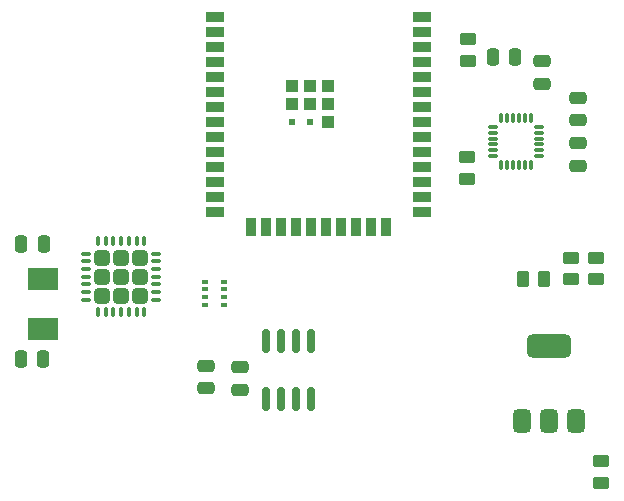
<source format=gbr>
%TF.GenerationSoftware,KiCad,Pcbnew,9.0.2*%
%TF.CreationDate,2025-07-16T17:06:44+05:30*%
%TF.ProjectId,CanSat,43616e53-6174-42e6-9b69-6361645f7063,rev?*%
%TF.SameCoordinates,Original*%
%TF.FileFunction,Paste,Top*%
%TF.FilePolarity,Positive*%
%FSLAX46Y46*%
G04 Gerber Fmt 4.6, Leading zero omitted, Abs format (unit mm)*
G04 Created by KiCad (PCBNEW 9.0.2) date 2025-07-16 17:06:44*
%MOMM*%
%LPD*%
G01*
G04 APERTURE LIST*
G04 Aperture macros list*
%AMRoundRect*
0 Rectangle with rounded corners*
0 $1 Rounding radius*
0 $2 $3 $4 $5 $6 $7 $8 $9 X,Y pos of 4 corners*
0 Add a 4 corners polygon primitive as box body*
4,1,4,$2,$3,$4,$5,$6,$7,$8,$9,$2,$3,0*
0 Add four circle primitives for the rounded corners*
1,1,$1+$1,$2,$3*
1,1,$1+$1,$4,$5*
1,1,$1+$1,$6,$7*
1,1,$1+$1,$8,$9*
0 Add four rect primitives between the rounded corners*
20,1,$1+$1,$2,$3,$4,$5,0*
20,1,$1+$1,$4,$5,$6,$7,0*
20,1,$1+$1,$6,$7,$8,$9,0*
20,1,$1+$1,$8,$9,$2,$3,0*%
G04 Aperture macros list end*
%ADD10R,1.500000X0.900000*%
%ADD11R,0.900000X1.500000*%
%ADD12R,1.050000X1.050000*%
%ADD13R,0.500000X0.500000*%
%ADD14RoundRect,0.250000X0.250000X0.475000X-0.250000X0.475000X-0.250000X-0.475000X0.250000X-0.475000X0*%
%ADD15RoundRect,0.250000X0.475000X-0.250000X0.475000X0.250000X-0.475000X0.250000X-0.475000X-0.250000X0*%
%ADD16RoundRect,0.075000X0.075000X-0.350000X0.075000X0.350000X-0.075000X0.350000X-0.075000X-0.350000X0*%
%ADD17RoundRect,0.075000X0.350000X0.075000X-0.350000X0.075000X-0.350000X-0.075000X0.350000X-0.075000X0*%
%ADD18RoundRect,0.250000X-0.475000X0.250000X-0.475000X-0.250000X0.475000X-0.250000X0.475000X0.250000X0*%
%ADD19RoundRect,0.250000X0.450000X-0.262500X0.450000X0.262500X-0.450000X0.262500X-0.450000X-0.262500X0*%
%ADD20RoundRect,0.249999X-0.395001X-0.395001X0.395001X-0.395001X0.395001X0.395001X-0.395001X0.395001X0*%
%ADD21RoundRect,0.075000X-0.312500X-0.075000X0.312500X-0.075000X0.312500X0.075000X-0.312500X0.075000X0*%
%ADD22RoundRect,0.075000X-0.075000X-0.312500X0.075000X-0.312500X0.075000X0.312500X-0.075000X0.312500X0*%
%ADD23RoundRect,0.250000X-0.262500X-0.450000X0.262500X-0.450000X0.262500X0.450000X-0.262500X0.450000X0*%
%ADD24RoundRect,0.250000X-0.250000X-0.475000X0.250000X-0.475000X0.250000X0.475000X-0.250000X0.475000X0*%
%ADD25RoundRect,0.250000X-0.450000X0.262500X-0.450000X-0.262500X0.450000X-0.262500X0.450000X0.262500X0*%
%ADD26R,0.500000X0.350000*%
%ADD27R,2.600000X1.900000*%
%ADD28RoundRect,0.375000X0.375000X-0.625000X0.375000X0.625000X-0.375000X0.625000X-0.375000X-0.625000X0*%
%ADD29RoundRect,0.500000X1.400000X-0.500000X1.400000X0.500000X-1.400000X0.500000X-1.400000X-0.500000X0*%
%ADD30RoundRect,0.150000X0.150000X-0.825000X0.150000X0.825000X-0.150000X0.825000X-0.150000X-0.825000X0*%
G04 APERTURE END LIST*
D10*
%TO.C,U9*%
X137400000Y-52965000D03*
X137400000Y-54235000D03*
X137400000Y-55505000D03*
X137400000Y-56775000D03*
X137400000Y-58045000D03*
X137400000Y-59315000D03*
X137400000Y-60585000D03*
X137400000Y-61855000D03*
X137400000Y-63125000D03*
X137400000Y-64395000D03*
X137400000Y-65665000D03*
X137400000Y-66935000D03*
X137400000Y-68205000D03*
X137400000Y-69475000D03*
D11*
X140440000Y-70725000D03*
X141710000Y-70725000D03*
X142980000Y-70725000D03*
X144250000Y-70725000D03*
X145520000Y-70725000D03*
X146790000Y-70725000D03*
X148060000Y-70725000D03*
X149330000Y-70725000D03*
X150600000Y-70725000D03*
X151870000Y-70725000D03*
D10*
X154900000Y-69475000D03*
X154900000Y-68205000D03*
X154900000Y-66935000D03*
X154900000Y-65665000D03*
X154900000Y-64395000D03*
X154900000Y-63125000D03*
X154900000Y-61855000D03*
X154900000Y-60585000D03*
X154900000Y-59315000D03*
X154900000Y-58045000D03*
X154900000Y-56775000D03*
X154900000Y-55505000D03*
X154900000Y-54235000D03*
X154900000Y-52965000D03*
D12*
X143945000Y-58780000D03*
X143945000Y-60305000D03*
D13*
X143945000Y-61830000D03*
D12*
X145470000Y-58780000D03*
X145470000Y-60305000D03*
D13*
X145470000Y-61830000D03*
D12*
X146995000Y-58780000D03*
X146995000Y-60305000D03*
X146995000Y-61830000D03*
%TD*%
D14*
%TO.C,C9*%
X122850000Y-81900000D03*
X120950000Y-81900000D03*
%TD*%
D15*
%TO.C,C10*%
X136650000Y-84400000D03*
X136650000Y-82500000D03*
%TD*%
D16*
%TO.C,U7*%
X161650000Y-65450000D03*
X162150000Y-65450000D03*
X162650000Y-65450000D03*
X163150000Y-65450000D03*
X163650000Y-65450000D03*
X164150000Y-65450000D03*
D17*
X164850000Y-64750000D03*
X164850000Y-64250000D03*
X164850000Y-63750000D03*
X164850000Y-63250000D03*
X164850000Y-62750000D03*
X164850000Y-62250000D03*
D16*
X164150000Y-61550000D03*
X163650000Y-61550000D03*
X163150000Y-61550000D03*
X162650000Y-61550000D03*
X162150000Y-61550000D03*
X161650000Y-61550000D03*
D17*
X160950000Y-62250000D03*
X160950000Y-62750000D03*
X160950000Y-63250000D03*
X160950000Y-63750000D03*
X160950000Y-64250000D03*
X160950000Y-64750000D03*
%TD*%
D15*
%TO.C,C12*%
X168150000Y-61700000D03*
X168150000Y-59800000D03*
%TD*%
D18*
%TO.C,C8*%
X165050000Y-56700000D03*
X165050000Y-58600000D03*
%TD*%
D19*
%TO.C,R3*%
X170100000Y-92412500D03*
X170100000Y-90587500D03*
%TD*%
%TO.C,R5*%
X169650000Y-75162500D03*
X169650000Y-73337500D03*
%TD*%
%TO.C,R7*%
X167550000Y-75162500D03*
X167550000Y-73337500D03*
%TD*%
D20*
%TO.C,U8*%
X127850000Y-73350000D03*
X127850000Y-74950000D03*
X127850000Y-76550000D03*
X129450000Y-73350000D03*
X129450000Y-74950000D03*
X129450000Y-76550000D03*
X131050000Y-73350000D03*
X131050000Y-74950000D03*
X131050000Y-76550000D03*
D21*
X126462500Y-73000000D03*
X126462500Y-73650000D03*
X126462500Y-74300000D03*
X126462500Y-74950000D03*
X126462500Y-75600000D03*
X126462500Y-76250000D03*
X126462500Y-76900000D03*
D22*
X127500000Y-77937500D03*
X128150000Y-77937500D03*
X128800000Y-77937500D03*
X129450000Y-77937500D03*
X130100000Y-77937500D03*
X130750000Y-77937500D03*
X131400000Y-77937500D03*
D21*
X132437500Y-76900000D03*
X132437500Y-76250000D03*
X132437500Y-75600000D03*
X132437500Y-74950000D03*
X132437500Y-74300000D03*
X132437500Y-73650000D03*
X132437500Y-73000000D03*
D22*
X131400000Y-71962500D03*
X130750000Y-71962500D03*
X130100000Y-71962500D03*
X129450000Y-71962500D03*
X128800000Y-71962500D03*
X128150000Y-71962500D03*
X127500000Y-71962500D03*
%TD*%
D14*
%TO.C,C6*%
X122900000Y-72200000D03*
X121000000Y-72200000D03*
%TD*%
D18*
%TO.C,C7*%
X168100000Y-63650000D03*
X168100000Y-65550000D03*
%TD*%
D23*
%TO.C,TH1*%
X163437500Y-75100000D03*
X165262500Y-75100000D03*
%TD*%
D24*
%TO.C,C11*%
X160900000Y-56350000D03*
X162800000Y-56350000D03*
%TD*%
D25*
%TO.C,R10*%
X158850000Y-54837500D03*
X158850000Y-56662500D03*
%TD*%
D26*
%TO.C,U6*%
X138150000Y-75375000D03*
X138150000Y-76025000D03*
X138150000Y-76675000D03*
X138150000Y-77325000D03*
X136550000Y-77325000D03*
X136550000Y-76675000D03*
X136550000Y-76025000D03*
X136550000Y-75375000D03*
%TD*%
D27*
%TO.C,Y1*%
X122850000Y-75100000D03*
X122850000Y-79400000D03*
%TD*%
D19*
%TO.C,R9*%
X158750000Y-66662500D03*
X158750000Y-64837500D03*
%TD*%
D18*
%TO.C,C5*%
X139500000Y-82600000D03*
X139500000Y-84500000D03*
%TD*%
D28*
%TO.C,U3*%
X163350000Y-87150000D03*
X165650000Y-87150000D03*
D29*
X165650000Y-80850000D03*
D28*
X167950000Y-87150000D03*
%TD*%
D30*
%TO.C,U1*%
X141695000Y-85325000D03*
X142965000Y-85325000D03*
X144235000Y-85325000D03*
X145505000Y-85325000D03*
X145505000Y-80375000D03*
X144235000Y-80375000D03*
X142965000Y-80375000D03*
X141695000Y-80375000D03*
%TD*%
M02*

</source>
